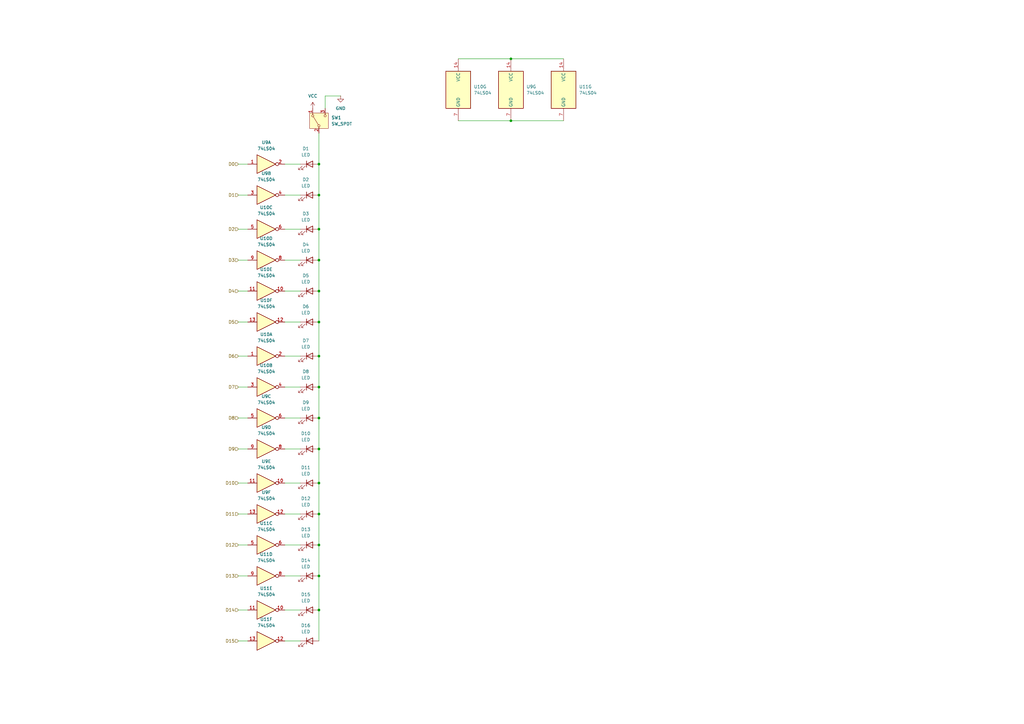
<source format=kicad_sch>
(kicad_sch (version 20231120) (generator "eeschema") (generator_version "8.0")
  (paper "A3")
  (lib_symbols
    (symbol "74xx:74LS04"
      (property "Reference" "U" (at 0 1.27 0))
      (property "Value" "74LS04" (at 0 -1.27 0))
      (symbol "74LS04_1_0"
        (polyline (pts (xy -3.81 3.81) (xy -3.81 -3.81) (xy 3.81 0) (xy -3.81 3.81)) (stroke (width 0.254)) (fill (type background)))
        (pin input line (at -7.62 0 0) (length 3.81) (name "~") (number "1"))
        (pin output inverted (at 7.62 0 180) (length 3.81) (name "~") (number "2"))
      )
      (symbol "74LS04_2_0"
        (polyline (pts (xy -3.81 3.81) (xy -3.81 -3.81) (xy 3.81 0) (xy -3.81 3.81)) (stroke (width 0.254)) (fill (type background)))
        (pin input line (at -7.62 0 0) (length 3.81) (name "~") (number "3"))
        (pin output inverted (at 7.62 0 180) (length 3.81) (name "~") (number "4"))
      )
      (symbol "74LS04_3_0"
        (polyline (pts (xy -3.81 3.81) (xy -3.81 -3.81) (xy 3.81 0) (xy -3.81 3.81)) (stroke (width 0.254)) (fill (type background)))
        (pin input line (at -7.62 0 0) (length 3.81) (name "~") (number "5"))
        (pin output inverted (at 7.62 0 180) (length 3.81) (name "~") (number "6"))
      )
      (symbol "74LS04_4_0"
        (polyline (pts (xy -3.81 3.81) (xy -3.81 -3.81) (xy 3.81 0) (xy -3.81 3.81)) (stroke (width 0.254)) (fill (type background)))
        (pin output inverted (at 7.62 0 180) (length 3.81) (name "~") (number "8"))
        (pin input line (at -7.62 0 0) (length 3.81) (name "~") (number "9"))
      )
      (symbol "74LS04_5_0"
        (polyline (pts (xy -3.81 3.81) (xy -3.81 -3.81) (xy 3.81 0) (xy -3.81 3.81)) (stroke (width 0.254)) (fill (type background)))
        (pin output inverted (at 7.62 0 180) (length 3.81) (name "~") (number "10"))
        (pin input line (at -7.62 0 0) (length 3.81) (name "~") (number "11"))
      )
      (symbol "74LS04_6_0"
        (polyline (pts (xy -3.81 3.81) (xy -3.81 -3.81) (xy 3.81 0) (xy -3.81 3.81)) (stroke (width 0.254)) (fill (type background)))
        (pin output inverted (at 7.62 0 180) (length 3.81) (name "~") (number "12"))
        (pin input line (at -7.62 0 0) (length 3.81) (name "~") (number "13"))
      )
      (symbol "74LS04_7_0"
        (pin power_in line (at 0 12.7 270) (length 5.08) (name "VCC") (number "14"))
        (pin power_in line (at 0 -12.7 90) (length 5.08) (name "GND") (number "7"))
      )
      (symbol "74LS04_7_1"
        (rectangle (start -5.08 7.62) (end 5.08 -7.62) (stroke (width 0.254)) (fill (type background)))
      )
    )
    (symbol "Device:LED" (pin_numbers hide) (pin_names (offset 1.016) hide)
      (property "Reference" "D" (at 0 2.54 0))
      (property "Value" "LED" (at 0 -2.54 0))
      (symbol "LED_0_1"
        (polyline (pts (xy -1.27 -1.27) (xy -1.27 1.27)) (stroke (width 0.254)))
        (polyline (pts (xy -1.27 0) (xy 1.27 0)))
        (polyline (pts (xy 1.27 -1.27) (xy 1.27 1.27) (xy -1.27 0) (xy 1.27 -1.27)) (stroke (width 0.254)))
        (polyline (pts (xy -3.048 -0.762) (xy -4.572 -2.286) (xy -3.81 -2.286) (xy -4.572 -2.286) (xy -4.572 -1.524)))
        (polyline (pts (xy -1.778 -0.762) (xy -3.302 -2.286) (xy -2.54 -2.286) (xy -3.302 -2.286) (xy -3.302 -1.524)))
      )
      (symbol "LED_1_1"
        (pin passive line (at -3.81 0 0) (length 2.54) (name "K") (number "1"))
        (pin passive line (at 3.81 0 180) (length 2.54) (name "A") (number "2"))
      )
    )
    (symbol "Switch:SW_SPDT" (pin_names (offset 0) hide)
      (property "Reference" "SW" (at 0 5.08 0))
      (property "Value" "SW_SPDT" (at 0 -5.08 0))
      (symbol "SW_SPDT_0_1"
        (circle (center -2.032 0) (radius 0.4572))
        (polyline (pts (xy -1.651 0.254) (xy 1.651 2.286)))
        (circle (center 2.032 -2.54) (radius 0.4572))
        (circle (center 2.032 2.54) (radius 0.4572))
      )
      (symbol "SW_SPDT_1_1"
        (rectangle (start -3.175 3.81) (end 3.175 -3.81) (fill (type background)))
        (pin passive line (at 5.08 2.54 180) (length 2.54) (name "A") (number "1"))
        (pin passive line (at -5.08 0 0) (length 2.54) (name "B") (number "2"))
        (pin passive line (at 5.08 -2.54 180) (length 2.54) (name "C") (number "3"))
      )
    )
    (symbol "power:GND" (power) (pin_numbers hide) (pin_names (offset 0) hide)
      (property "Value" "GND" (at 0 -3.81 0))
      (symbol "GND_0_1"
        (polyline (pts (xy 0 0) (xy 0 -1.27) (xy 1.27 -1.27) (xy 0 -2.54) (xy -1.27 -1.27) (xy 0 -1.27)))
      )
      (symbol "GND_1_1"
        (pin power_in line (at 0 0 270) (length 0) (name "~") (number "1"))
      )
    )
    (symbol "power:VCC" (power) (pin_numbers hide) (pin_names (offset 0) hide)
      (property "Value" "VCC" (at 0 3.556 0))
      (symbol "VCC_0_1"
        (polyline (pts (xy -0.762 1.27) (xy 0 2.54)))
        (polyline (pts (xy 0 0) (xy 0 2.54)))
        (polyline (pts (xy 0 2.54) (xy 0.762 1.27)))
      )
      (symbol "VCC_1_1"
        (pin power_in line (at 0 0 90) (length 0) (name "~") (number "1"))
      )
    )
  )
  (junction (at 130.81 210.82))
  (junction (at 130.81 223.52))
  (junction (at 130.81 158.75))
  (junction (at 130.81 171.45))
  (junction (at 130.81 106.68))
  (junction (at 130.81 184.15))
  (junction (at 130.81 119.38))
  (junction (at 130.81 198.12))
  (junction (at 130.81 236.22))
  (junction (at 130.81 146.05))
  (junction (at 209.55 49.53))
  (junction (at 130.81 250.19))
  (junction (at 130.81 93.98))
  (junction (at 130.81 132.08))
  (junction (at 130.81 80.01))
  (junction (at 130.81 67.31))
  (junction (at 209.55 24.13))
  (wire (pts (xy 209.55 24.13) (xy 231.14 24.13)))
  (wire (pts (xy 116.84 132.08) (xy 123.19 132.08)))
  (wire (pts (xy 130.81 93.98) (xy 130.81 106.68)))
  (wire (pts (xy 130.81 146.05) (xy 130.81 158.75)))
  (wire (pts (xy 116.84 106.68) (xy 123.19 106.68)))
  (wire (pts (xy 116.84 67.31) (xy 123.19 67.31)))
  (wire (pts (xy 116.84 80.01) (xy 123.19 80.01)))
  (wire (pts (xy 130.81 119.38) (xy 130.81 132.08)))
  (wire (pts (xy 97.79 262.89) (xy 101.6 262.89)))
  (wire (pts (xy 116.84 250.19) (xy 123.19 250.19)))
  (wire (pts (xy 97.79 184.15) (xy 101.6 184.15)))
  (wire (pts (xy 116.84 210.82) (xy 123.19 210.82)))
  (wire (pts (xy 97.79 198.12) (xy 101.6 198.12)))
  (wire (pts (xy 97.79 223.52) (xy 101.6 223.52)))
  (wire (pts (xy 116.84 171.45) (xy 123.19 171.45)))
  (wire (pts (xy 116.84 146.05) (xy 123.19 146.05)))
  (wire (pts (xy 97.79 210.82) (xy 101.6 210.82)))
  (wire (pts (xy 116.84 236.22) (xy 123.19 236.22)))
  (wire (pts (xy 97.79 146.05) (xy 101.6 146.05)))
  (wire (pts (xy 187.96 49.53) (xy 209.55 49.53)))
  (wire (pts (xy 130.81 80.01) (xy 130.81 93.98)))
  (wire (pts (xy 130.81 171.45) (xy 130.81 184.15)))
  (wire (pts (xy 130.81 158.75) (xy 130.81 171.45)))
  (wire (pts (xy 209.55 49.53) (xy 231.14 49.53)))
  (wire (pts (xy 97.79 93.98) (xy 101.6 93.98)))
  (wire (pts (xy 97.79 236.22) (xy 101.6 236.22)))
  (wire (pts (xy 116.84 119.38) (xy 123.19 119.38)))
  (wire (pts (xy 130.81 210.82) (xy 130.81 223.52)))
  (wire (pts (xy 187.96 24.13) (xy 209.55 24.13)))
  (wire (pts (xy 97.79 171.45) (xy 101.6 171.45)))
  (wire (pts (xy 116.84 158.75) (xy 123.19 158.75)))
  (wire (pts (xy 97.79 106.68) (xy 101.6 106.68)))
  (wire (pts (xy 97.79 132.08) (xy 101.6 132.08)))
  (wire (pts (xy 97.79 158.75) (xy 101.6 158.75)))
  (wire (pts (xy 130.81 184.15) (xy 130.81 198.12)))
  (wire (pts (xy 116.84 184.15) (xy 123.19 184.15)))
  (wire (pts (xy 133.35 44.45) (xy 133.35 39.37)))
  (wire (pts (xy 130.81 54.61) (xy 130.81 67.31)))
  (wire (pts (xy 116.84 198.12) (xy 123.19 198.12)))
  (wire (pts (xy 116.84 262.89) (xy 123.19 262.89)))
  (wire (pts (xy 130.81 132.08) (xy 130.81 146.05)))
  (wire (pts (xy 130.81 198.12) (xy 130.81 210.82)))
  (wire (pts (xy 130.81 236.22) (xy 130.81 250.19)))
  (wire (pts (xy 116.84 93.98) (xy 123.19 93.98)))
  (wire (pts (xy 97.79 119.38) (xy 101.6 119.38)))
  (wire (pts (xy 133.35 39.37) (xy 139.7 39.37)))
  (wire (pts (xy 97.79 80.01) (xy 101.6 80.01)))
  (wire (pts (xy 130.81 223.52) (xy 130.81 236.22)))
  (wire (pts (xy 97.79 67.31) (xy 101.6 67.31)))
  (wire (pts (xy 130.81 250.19) (xy 130.81 262.89)))
  (wire (pts (xy 130.81 106.68) (xy 130.81 119.38)))
  (wire (pts (xy 97.79 250.19) (xy 101.6 250.19)))
  (wire (pts (xy 116.84 223.52) (xy 123.19 223.52)))
  (wire (pts (xy 130.81 67.31) (xy 130.81 80.01)))
  (hierarchical_label "D5" (shape input) (at 97.79 132.08 180))
  (hierarchical_label "D6" (shape input) (at 97.79 146.05 180))
  (hierarchical_label "D2" (shape input) (at 97.79 93.98 180))
  (hierarchical_label "D14" (shape input) (at 97.79 250.19 180))
  (hierarchical_label "D15" (shape input) (at 97.79 262.89 180))
  (hierarchical_label "D0" (shape input) (at 97.79 67.31 180))
  (hierarchical_label "D7" (shape input) (at 97.79 158.75 180))
  (hierarchical_label "D10" (shape input) (at 97.79 198.12 180))
  (hierarchical_label "D13" (shape input) (at 97.79 236.22 180))
  (hierarchical_label "D1" (shape input) (at 97.79 80.01 180))
  (hierarchical_label "D4" (shape input) (at 97.79 119.38 180))
  (hierarchical_label "D8" (shape input) (at 97.79 171.45 180))
  (hierarchical_label "D12" (shape input) (at 97.79 223.52 180))
  (hierarchical_label "D11" (shape input) (at 97.79 210.82 180))
  (hierarchical_label "D3" (shape input) (at 97.79 106.68 180))
  (hierarchical_label "D9" (shape input) (at 97.79 184.15 180))
  (symbol (lib_id "Device:LED") (at 127 158.75 0) (unit 1)
    (property "Reference" "D8" (at 125.4125 152.4 0))
    (property "Value" "LED" (at 125.4125 154.94 0))
    (property "Footprint" "LED_THT:LED_Rectangular_W5.0mm_H2.0mm" (effects (hide yes)))
    (property "Description" "Light emitting diode" (effects (hide yes)))
  )
  (symbol (lib_id "74xx:74LS04") (at 209.55 36.83 0) (unit 7)
    (property "Reference" "U9" (at 215.9 35.5599 0) (effects (justify left)))
    (property "Value" "74LS04" (at 215.9 38.0999 0) (effects (justify left)))
    (property "Footprint" "Package_DIP:DIP-14_W7.62mm_LongPads" (effects (hide yes)))
    (property "Datasheet" "http://www.ti.com/lit/gpn/sn74LS04" (effects (hide yes)))
    (property "Description" "Hex Inverter" (effects (hide yes)))
  )
  (symbol (lib_id "Device:LED") (at 127 262.89 0) (unit 1)
    (property "Reference" "D16" (at 125.4125 256.54 0))
    (property "Value" "LED" (at 125.4125 259.08 0))
    (property "Footprint" "LED_THT:LED_Rectangular_W5.0mm_H2.0mm" (effects (hide yes)))
    (property "Description" "Light emitting diode" (effects (hide yes)))
  )
  (symbol (lib_id "Device:LED") (at 127 132.08 0) (unit 1)
    (property "Reference" "D6" (at 125.4125 125.73 0))
    (property "Value" "LED" (at 125.4125 128.27 0))
    (property "Footprint" "LED_THT:LED_Rectangular_W5.0mm_H2.0mm" (effects (hide yes)))
    (property "Description" "Light emitting diode" (effects (hide yes)))
  )
  (symbol (lib_id "Device:LED") (at 127 171.45 0) (unit 1)
    (property "Reference" "D9" (at 125.4125 165.1 0))
    (property "Value" "LED" (at 125.4125 167.64 0))
    (property "Footprint" "LED_THT:LED_Rectangular_W5.0mm_H2.0mm" (effects (hide yes)))
    (property "Description" "Light emitting diode" (effects (hide yes)))
  )
  (symbol (lib_id "74xx:74LS04") (at 109.22 67.31 0) (unit 1)
    (property "Reference" "U9" (at 109.22 58.42 0))
    (property "Value" "74LS04" (at 109.22 60.96 0))
    (property "Footprint" "Package_DIP:DIP-14_W7.62mm_LongPads" (effects (hide yes)))
    (property "Datasheet" "http://www.ti.com/lit/gpn/sn74LS04" (effects (hide yes)))
    (property "Description" "Hex Inverter" (effects (hide yes)))
  )
  (symbol (lib_id "74xx:74LS04") (at 187.96 36.83 0) (unit 7)
    (property "Reference" "U10" (at 194.31 35.5599 0) (effects (justify left)))
    (property "Value" "74LS04" (at 194.31 38.0999 0) (effects (justify left)))
    (property "Footprint" "Package_DIP:DIP-14_W7.62mm_LongPads" (effects (hide yes)))
    (property "Datasheet" "http://www.ti.com/lit/gpn/sn74LS04" (effects (hide yes)))
    (property "Description" "Hex Inverter" (effects (hide yes)))
  )
  (symbol (lib_id "Device:LED") (at 127 106.68 0) (unit 1)
    (property "Reference" "D4" (at 125.4125 100.33 0))
    (property "Value" "LED" (at 125.4125 102.87 0))
    (property "Footprint" "LED_THT:LED_Rectangular_W5.0mm_H2.0mm" (effects (hide yes)))
    (property "Description" "Light emitting diode" (effects (hide yes)))
  )
  (symbol (lib_id "74xx:74LS04") (at 109.22 146.05 0) (unit 1)
    (property "Reference" "U10" (at 109.22 137.16 0))
    (property "Value" "74LS04" (at 109.22 139.7 0))
    (property "Footprint" "Package_DIP:DIP-14_W7.62mm_LongPads" (effects (hide yes)))
    (property "Datasheet" "http://www.ti.com/lit/gpn/sn74LS04" (effects (hide yes)))
    (property "Description" "Hex Inverter" (effects (hide yes)))
  )
  (symbol (lib_id "74xx:74LS04") (at 231.14 36.83 0) (unit 7)
    (property "Reference" "U11" (at 237.49 35.5599 0) (effects (justify left)))
    (property "Value" "74LS04" (at 237.49 38.0999 0) (effects (justify left)))
    (property "Footprint" "Package_DIP:DIP-14_W7.62mm_LongPads" (effects (hide yes)))
    (property "Datasheet" "http://www.ti.com/lit/gpn/sn74LS04" (effects (hide yes)))
    (property "Description" "Hex Inverter" (effects (hide yes)))
  )
  (symbol (lib_id "power:VCC") (at 128.27 44.45 0) (unit 1)
    (property "Reference" "#PWR017" (effects (hide yes)))
    (property "Value" "VCC" (at 128.27 39.37 0))
    (property "Description" "Power symbol creates a global label with name \"VCC\"" (effects (hide yes)))
  )
  (symbol (lib_id "74xx:74LS04") (at 109.22 106.68 0) (unit 4)
    (property "Reference" "U10" (at 109.22 97.79 0))
    (property "Value" "74LS04" (at 109.22 100.33 0))
    (property "Footprint" "Package_DIP:DIP-14_W7.62mm_LongPads" (effects (hide yes)))
    (property "Datasheet" "http://www.ti.com/lit/gpn/sn74LS04" (effects (hide yes)))
    (property "Description" "Hex Inverter" (effects (hide yes)))
  )
  (symbol (lib_id "Device:LED") (at 127 236.22 0) (unit 1)
    (property "Reference" "D14" (at 125.4125 229.87 0))
    (property "Value" "LED" (at 125.4125 232.41 0))
    (property "Footprint" "LED_THT:LED_Rectangular_W5.0mm_H2.0mm" (effects (hide yes)))
    (property "Description" "Light emitting diode" (effects (hide yes)))
  )
  (symbol (lib_id "74xx:74LS04") (at 109.22 198.12 0) (unit 5)
    (property "Reference" "U9" (at 109.22 189.23 0))
    (property "Value" "74LS04" (at 109.22 191.77 0))
    (property "Footprint" "Package_DIP:DIP-14_W7.62mm_LongPads" (effects (hide yes)))
    (property "Datasheet" "http://www.ti.com/lit/gpn/sn74LS04" (effects (hide yes)))
    (property "Description" "Hex Inverter" (effects (hide yes)))
  )
  (symbol (lib_id "power:GND") (at 139.7 39.37 0) (unit 1)
    (property "Reference" "#PWR026" (effects (hide yes)))
    (property "Value" "GND" (at 139.7 44.45 0))
    (property "Description" "Power symbol creates a global label with name \"GND\" , ground" (effects (hide yes)))
  )
  (symbol (lib_id "Device:LED") (at 127 119.38 0) (unit 1)
    (property "Reference" "D5" (at 125.4125 113.03 0))
    (property "Value" "LED" (at 125.4125 115.57 0))
    (property "Footprint" "LED_THT:LED_Rectangular_W5.0mm_H2.0mm" (effects (hide yes)))
    (property "Description" "Light emitting diode" (effects (hide yes)))
  )
  (symbol (lib_id "Device:LED") (at 127 223.52 0) (unit 1)
    (property "Reference" "D13" (at 125.4125 217.17 0))
    (property "Value" "LED" (at 125.4125 219.71 0))
    (property "Footprint" "LED_THT:LED_Rectangular_W5.0mm_H2.0mm" (effects (hide yes)))
    (property "Description" "Light emitting diode" (effects (hide yes)))
  )
  (symbol (lib_id "74xx:74LS04") (at 109.22 262.89 0) (unit 6)
    (property "Reference" "U11" (at 109.22 254 0))
    (property "Value" "74LS04" (at 109.22 256.54 0))
    (property "Footprint" "Package_DIP:DIP-14_W7.62mm_LongPads" (effects (hide yes)))
    (property "Datasheet" "http://www.ti.com/lit/gpn/sn74LS04" (effects (hide yes)))
    (property "Description" "Hex Inverter" (effects (hide yes)))
  )
  (symbol (lib_id "74xx:74LS04") (at 109.22 119.38 0) (unit 5)
    (property "Reference" "U10" (at 109.22 110.49 0))
    (property "Value" "74LS04" (at 109.22 113.03 0))
    (property "Footprint" "Package_DIP:DIP-14_W7.62mm_LongPads" (effects (hide yes)))
    (property "Datasheet" "http://www.ti.com/lit/gpn/sn74LS04" (effects (hide yes)))
    (property "Description" "Hex Inverter" (effects (hide yes)))
  )
  (symbol (lib_id "Device:LED") (at 127 198.12 0) (unit 1)
    (property "Reference" "D11" (at 125.4125 191.77 0))
    (property "Value" "LED" (at 125.4125 194.31 0))
    (property "Footprint" "LED_THT:LED_Rectangular_W5.0mm_H2.0mm" (effects (hide yes)))
    (property "Description" "Light emitting diode" (effects (hide yes)))
  )
  (symbol (lib_id "74xx:74LS04") (at 109.22 171.45 0) (unit 3)
    (property "Reference" "U9" (at 109.22 162.56 0))
    (property "Value" "74LS04" (at 109.22 165.1 0))
    (property "Footprint" "Package_DIP:DIP-14_W7.62mm_LongPads" (effects (hide yes)))
    (property "Datasheet" "http://www.ti.com/lit/gpn/sn74LS04" (effects (hide yes)))
    (property "Description" "Hex Inverter" (effects (hide yes)))
  )
  (symbol (lib_id "Switch:SW_SPDT") (at 130.81 49.53 90) (unit 1)
    (property "Reference" "SW1" (at 135.89 48.2599 90) (effects (justify right)))
    (property "Value" "SW_SPDT" (at 135.89 50.7999 90) (effects (justify right)))
    (property "Footprint" "Button_Switch_THT:SW_E-Switch_EG1271_SPDT" (effects (hide yes)))
    (property "Description" "Switch, single pole double throw" (effects (hide yes)))
  )
  (symbol (lib_id "Device:LED") (at 127 146.05 0) (unit 1)
    (property "Reference" "D7" (at 125.4125 139.7 0))
    (property "Value" "LED" (at 125.4125 142.24 0))
    (property "Footprint" "LED_THT:LED_Rectangular_W5.0mm_H2.0mm" (effects (hide yes)))
    (property "Description" "Light emitting diode" (effects (hide yes)))
  )
  (symbol (lib_id "Device:LED") (at 127 210.82 0) (unit 1)
    (property "Reference" "D12" (at 125.4125 204.47 0))
    (property "Value" "LED" (at 125.4125 207.01 0))
    (property "Footprint" "LED_THT:LED_Rectangular_W5.0mm_H2.0mm" (effects (hide yes)))
    (property "Description" "Light emitting diode" (effects (hide yes)))
  )
  (symbol (lib_id "74xx:74LS04") (at 109.22 236.22 0) (unit 4)
    (property "Reference" "U11" (at 109.22 227.33 0))
    (property "Value" "74LS04" (at 109.22 229.87 0))
    (property "Footprint" "Package_DIP:DIP-14_W7.62mm_LongPads" (effects (hide yes)))
    (property "Datasheet" "http://www.ti.com/lit/gpn/sn74LS04" (effects (hide yes)))
    (property "Description" "Hex Inverter" (effects (hide yes)))
  )
  (symbol (lib_id "74xx:74LS04") (at 109.22 223.52 0) (unit 3)
    (property "Reference" "U11" (at 109.22 214.63 0))
    (property "Value" "74LS04" (at 109.22 217.17 0))
    (property "Footprint" "Package_DIP:DIP-14_W7.62mm_LongPads" (effects (hide yes)))
    (property "Datasheet" "http://www.ti.com/lit/gpn/sn74LS04" (effects (hide yes)))
    (property "Description" "Hex Inverter" (effects (hide yes)))
  )
  (symbol (lib_id "Device:LED") (at 127 67.31 0) (unit 1)
    (property "Reference" "D1" (at 125.4125 60.96 0))
    (property "Value" "LED" (at 125.4125 63.5 0))
    (property "Footprint" "LED_THT:LED_Rectangular_W5.0mm_H2.0mm" (effects (hide yes)))
    (property "Description" "Light emitting diode" (effects (hide yes)))
  )
  (symbol (lib_id "74xx:74LS04") (at 109.22 184.15 0) (unit 4)
    (property "Reference" "U9" (at 109.22 175.26 0))
    (property "Value" "74LS04" (at 109.22 177.8 0))
    (property "Footprint" "Package_DIP:DIP-14_W7.62mm_LongPads" (effects (hide yes)))
    (property "Datasheet" "http://www.ti.com/lit/gpn/sn74LS04" (effects (hide yes)))
    (property "Description" "Hex Inverter" (effects (hide yes)))
  )
  (symbol (lib_id "74xx:74LS04") (at 109.22 80.01 0) (unit 2)
    (property "Reference" "U9" (at 109.22 71.12 0))
    (property "Value" "74LS04" (at 109.22 73.66 0))
    (property "Footprint" "Package_DIP:DIP-14_W7.62mm_LongPads" (effects (hide yes)))
    (property "Datasheet" "http://www.ti.com/lit/gpn/sn74LS04" (effects (hide yes)))
    (property "Description" "Hex Inverter" (effects (hide yes)))
  )
  (symbol (lib_id "Device:LED") (at 127 184.15 0) (unit 1)
    (property "Reference" "D10" (at 125.4125 177.8 0))
    (property "Value" "LED" (at 125.4125 180.34 0))
    (property "Footprint" "LED_THT:LED_Rectangular_W5.0mm_H2.0mm" (effects (hide yes)))
    (property "Description" "Light emitting diode" (effects (hide yes)))
  )
  (symbol (lib_id "74xx:74LS04") (at 109.22 250.19 0) (unit 5)
    (property "Reference" "U11" (at 109.22 241.3 0))
    (property "Value" "74LS04" (at 109.22 243.84 0))
    (property "Footprint" "Package_DIP:DIP-14_W7.62mm_LongPads" (effects (hide yes)))
    (property "Datasheet" "http://www.ti.com/lit/gpn/sn74LS04" (effects (hide yes)))
    (property "Description" "Hex Inverter" (effects (hide yes)))
  )
  (symbol (lib_id "Device:LED") (at 127 93.98 0) (unit 1)
    (property "Reference" "D3" (at 125.4125 87.63 0))
    (property "Value" "LED" (at 125.4125 90.17 0))
    (property "Footprint" "LED_THT:LED_Rectangular_W5.0mm_H2.0mm" (effects (hide yes)))
    (property "Description" "Light emitting diode" (effects (hide yes)))
  )
  (symbol (lib_id "Device:LED") (at 127 250.19 0) (unit 1)
    (property "Reference" "D15" (at 125.4125 243.84 0))
    (property "Value" "LED" (at 125.4125 246.38 0))
    (property "Footprint" "LED_THT:LED_Rectangular_W5.0mm_H2.0mm" (effects (hide yes)))
    (property "Description" "Light emitting diode" (effects (hide yes)))
  )
  (symbol (lib_id "74xx:74LS04") (at 109.22 210.82 0) (unit 6)
    (property "Reference" "U9" (at 109.22 201.93 0))
    (property "Value" "74LS04" (at 109.22 204.47 0))
    (property "Footprint" "Package_DIP:DIP-14_W7.62mm_LongPads" (effects (hide yes)))
    (property "Datasheet" "http://www.ti.com/lit/gpn/sn74LS04" (effects (hide yes)))
    (property "Description" "Hex Inverter" (effects (hide yes)))
  )
  (symbol (lib_id "74xx:74LS04") (at 109.22 132.08 0) (unit 6)
    (property "Reference" "U10" (at 109.22 123.19 0))
    (property "Value" "74LS04" (at 109.22 125.73 0))
    (property "Footprint" "Package_DIP:DIP-14_W7.62mm_LongPads" (effects (hide yes)))
    (property "Datasheet" "http://www.ti.com/lit/gpn/sn74LS04" (effects (hide yes)))
    (property "Description" "Hex Inverter" (effects (hide yes)))
  )
  (symbol (lib_id "74xx:74LS04") (at 109.22 158.75 0) (unit 2)
    (property "Reference" "U10" (at 109.22 149.86 0))
    (property "Value" "74LS04" (at 109.22 152.4 0))
    (property "Footprint" "Package_DIP:DIP-14_W7.62mm_LongPads" (effects (hide yes)))
    (property "Datasheet" "http://www.ti.com/lit/gpn/sn74LS04" (effects (hide yes)))
    (property "Description" "Hex Inverter" (effects (hide yes)))
  )
  (symbol (lib_id "74xx:74LS04") (at 109.22 93.98 0) (unit 3)
    (property "Reference" "U10" (at 109.22 85.09 0))
    (property "Value" "74LS04" (at 109.22 87.63 0))
    (property "Footprint" "Package_DIP:DIP-14_W7.62mm_LongPads" (effects (hide yes)))
    (property "Datasheet" "http://www.ti.com/lit/gpn/sn74LS04" (effects (hide yes)))
    (property "Description" "Hex Inverter" (effects (hide yes)))
  )
  (symbol (lib_id "Device:LED") (at 127 80.01 0) (unit 1)
    (property "Reference" "D2" (at 125.4125 73.66 0))
    (property "Value" "LED" (at 125.4125 76.2 0))
    (property "Footprint" "LED_THT:LED_Rectangular_W5.0mm_H2.0mm" (effects (hide yes)))
    (property "Description" "Light emitting diode" (effects (hide yes)))
  )
)
</source>
